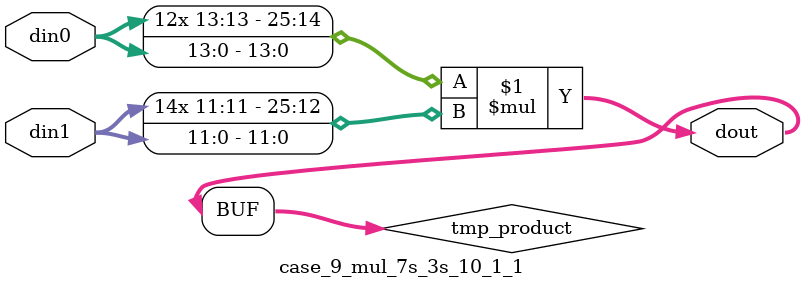
<source format=v>

`timescale 1 ns / 1 ps

 module case_9_mul_7s_3s_10_1_1(din0, din1, dout);
parameter ID = 1;
parameter NUM_STAGE = 0;
parameter din0_WIDTH = 14;
parameter din1_WIDTH = 12;
parameter dout_WIDTH = 26;

input [din0_WIDTH - 1 : 0] din0; 
input [din1_WIDTH - 1 : 0] din1; 
output [dout_WIDTH - 1 : 0] dout;

wire signed [dout_WIDTH - 1 : 0] tmp_product;



























assign tmp_product = $signed(din0) * $signed(din1);








assign dout = tmp_product;





















endmodule

</source>
